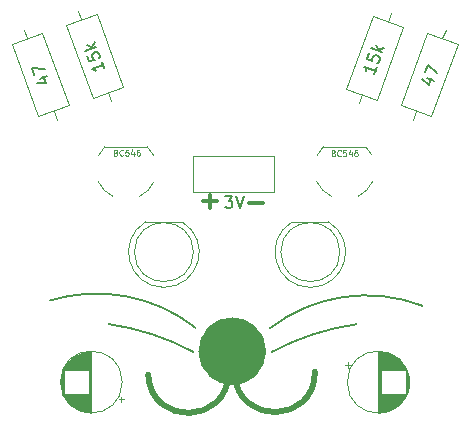
<source format=gbr>
%TF.GenerationSoftware,KiCad,Pcbnew,6.0.2+dfsg-1*%
%TF.CreationDate,2023-03-08T14:33:38+01:00*%
%TF.ProjectId,bunny,62756e6e-792e-46b6-9963-61645f706362,rev?*%
%TF.SameCoordinates,Original*%
%TF.FileFunction,Legend,Top*%
%TF.FilePolarity,Positive*%
%FSLAX46Y46*%
G04 Gerber Fmt 4.6, Leading zero omitted, Abs format (unit mm)*
G04 Created by KiCad (PCBNEW 6.0.2+dfsg-1) date 2023-03-08 14:33:38*
%MOMM*%
%LPD*%
G01*
G04 APERTURE LIST*
%ADD10C,0.300000*%
%ADD11C,0.200000*%
%ADD12C,0.500000*%
%ADD13C,2.850669*%
%ADD14C,0.125000*%
%ADD15C,0.150000*%
%ADD16C,0.120000*%
G04 APERTURE END LIST*
D10*
X147428571Y-69607142D02*
X148571428Y-69607142D01*
D11*
X142700000Y-82250000D02*
G75*
G03*
X135477533Y-79884766I-10250403J-19090719D01*
G01*
X162100904Y-78342098D02*
G75*
G03*
X149150000Y-80265234I-4774537J-12415981D01*
G01*
D12*
X138868738Y-84166303D02*
G75*
G03*
X145658067Y-83990000I3393097J148518D01*
G01*
D11*
X142900000Y-80215233D02*
G75*
G03*
X130548874Y-77892850I-8392875J-10631133D01*
G01*
X156522467Y-79900000D02*
G75*
G03*
X149300000Y-82265234I3038431J-21488001D01*
G01*
D13*
X147413401Y-82190000D02*
G75*
G03*
X147413401Y-82190000I-1425334J0D01*
G01*
D12*
X146198067Y-84100000D02*
G75*
G03*
X152987396Y-83923697I3393097J148518D01*
G01*
D10*
X143528571Y-69507142D02*
X144671428Y-69507142D01*
X144100000Y-70078571D02*
X144100000Y-68935714D01*
D11*
X145388095Y-69052380D02*
X146007142Y-69052380D01*
X145673809Y-69433333D01*
X145816666Y-69433333D01*
X145911904Y-69480952D01*
X145959523Y-69528571D01*
X146007142Y-69623809D01*
X146007142Y-69861904D01*
X145959523Y-69957142D01*
X145911904Y-70004761D01*
X145816666Y-70052380D01*
X145530952Y-70052380D01*
X145435714Y-70004761D01*
X145388095Y-69957142D01*
X146292857Y-69052380D02*
X146626190Y-70052380D01*
X146959523Y-69052380D01*
D14*
%TO.C,Q2*%
X154561428Y-65404285D02*
X154632857Y-65428095D01*
X154656666Y-65451904D01*
X154680476Y-65499523D01*
X154680476Y-65570952D01*
X154656666Y-65618571D01*
X154632857Y-65642380D01*
X154585238Y-65666190D01*
X154394761Y-65666190D01*
X154394761Y-65166190D01*
X154561428Y-65166190D01*
X154609047Y-65190000D01*
X154632857Y-65213809D01*
X154656666Y-65261428D01*
X154656666Y-65309047D01*
X154632857Y-65356666D01*
X154609047Y-65380476D01*
X154561428Y-65404285D01*
X154394761Y-65404285D01*
X155180476Y-65618571D02*
X155156666Y-65642380D01*
X155085238Y-65666190D01*
X155037619Y-65666190D01*
X154966190Y-65642380D01*
X154918571Y-65594761D01*
X154894761Y-65547142D01*
X154870952Y-65451904D01*
X154870952Y-65380476D01*
X154894761Y-65285238D01*
X154918571Y-65237619D01*
X154966190Y-65190000D01*
X155037619Y-65166190D01*
X155085238Y-65166190D01*
X155156666Y-65190000D01*
X155180476Y-65213809D01*
X155632857Y-65166190D02*
X155394761Y-65166190D01*
X155370952Y-65404285D01*
X155394761Y-65380476D01*
X155442380Y-65356666D01*
X155561428Y-65356666D01*
X155609047Y-65380476D01*
X155632857Y-65404285D01*
X155656666Y-65451904D01*
X155656666Y-65570952D01*
X155632857Y-65618571D01*
X155609047Y-65642380D01*
X155561428Y-65666190D01*
X155442380Y-65666190D01*
X155394761Y-65642380D01*
X155370952Y-65618571D01*
X156085238Y-65332857D02*
X156085238Y-65666190D01*
X155966190Y-65142380D02*
X155847142Y-65499523D01*
X156156666Y-65499523D01*
X156561428Y-65166190D02*
X156466190Y-65166190D01*
X156418571Y-65190000D01*
X156394761Y-65213809D01*
X156347142Y-65285238D01*
X156323333Y-65380476D01*
X156323333Y-65570952D01*
X156347142Y-65618571D01*
X156370952Y-65642380D01*
X156418571Y-65666190D01*
X156513809Y-65666190D01*
X156561428Y-65642380D01*
X156585238Y-65618571D01*
X156609047Y-65570952D01*
X156609047Y-65451904D01*
X156585238Y-65404285D01*
X156561428Y-65380476D01*
X156513809Y-65356666D01*
X156418571Y-65356666D01*
X156370952Y-65380476D01*
X156347142Y-65404285D01*
X156323333Y-65451904D01*
%TO.C,Q1*%
X136131428Y-65364285D02*
X136202857Y-65388095D01*
X136226666Y-65411904D01*
X136250476Y-65459523D01*
X136250476Y-65530952D01*
X136226666Y-65578571D01*
X136202857Y-65602380D01*
X136155238Y-65626190D01*
X135964761Y-65626190D01*
X135964761Y-65126190D01*
X136131428Y-65126190D01*
X136179047Y-65150000D01*
X136202857Y-65173809D01*
X136226666Y-65221428D01*
X136226666Y-65269047D01*
X136202857Y-65316666D01*
X136179047Y-65340476D01*
X136131428Y-65364285D01*
X135964761Y-65364285D01*
X136750476Y-65578571D02*
X136726666Y-65602380D01*
X136655238Y-65626190D01*
X136607619Y-65626190D01*
X136536190Y-65602380D01*
X136488571Y-65554761D01*
X136464761Y-65507142D01*
X136440952Y-65411904D01*
X136440952Y-65340476D01*
X136464761Y-65245238D01*
X136488571Y-65197619D01*
X136536190Y-65150000D01*
X136607619Y-65126190D01*
X136655238Y-65126190D01*
X136726666Y-65150000D01*
X136750476Y-65173809D01*
X137202857Y-65126190D02*
X136964761Y-65126190D01*
X136940952Y-65364285D01*
X136964761Y-65340476D01*
X137012380Y-65316666D01*
X137131428Y-65316666D01*
X137179047Y-65340476D01*
X137202857Y-65364285D01*
X137226666Y-65411904D01*
X137226666Y-65530952D01*
X137202857Y-65578571D01*
X137179047Y-65602380D01*
X137131428Y-65626190D01*
X137012380Y-65626190D01*
X136964761Y-65602380D01*
X136940952Y-65578571D01*
X137655238Y-65292857D02*
X137655238Y-65626190D01*
X137536190Y-65102380D02*
X137417142Y-65459523D01*
X137726666Y-65459523D01*
X138131428Y-65126190D02*
X138036190Y-65126190D01*
X137988571Y-65150000D01*
X137964761Y-65173809D01*
X137917142Y-65245238D01*
X137893333Y-65340476D01*
X137893333Y-65530952D01*
X137917142Y-65578571D01*
X137940952Y-65602380D01*
X137988571Y-65626190D01*
X138083809Y-65626190D01*
X138131428Y-65602380D01*
X138155238Y-65578571D01*
X138179047Y-65530952D01*
X138179047Y-65411904D01*
X138155238Y-65364285D01*
X138131428Y-65340476D01*
X138083809Y-65316666D01*
X137988571Y-65316666D01*
X137940952Y-65340476D01*
X137917142Y-65364285D01*
X137893333Y-65411904D01*
D15*
%TO.C,R4*%
X162464117Y-59072393D02*
X163090579Y-59300407D01*
X162024705Y-59165836D02*
X162614481Y-59633872D01*
X162826208Y-59052158D01*
X162297466Y-58555661D02*
X162525479Y-57929199D01*
X163318592Y-58673945D01*
%TO.C,R1*%
X129701612Y-59125886D02*
X130328074Y-58897873D01*
X129425067Y-59479916D02*
X130177709Y-59459352D01*
X129965983Y-58877638D01*
X129241801Y-58837167D02*
X129013787Y-58210706D01*
X130100060Y-58271411D01*
%TO.C,*%
%TO.C,R3*%
X158219774Y-58164307D02*
X158024334Y-58701274D01*
X158122054Y-58432790D02*
X157182361Y-58090770D01*
X157284030Y-58229125D01*
X157340951Y-58351193D01*
X157353125Y-58456974D01*
X157589528Y-56972089D02*
X157426662Y-57419561D01*
X157857848Y-57627175D01*
X157829387Y-57566141D01*
X157817213Y-57460360D01*
X157898646Y-57236624D01*
X157975967Y-57163416D01*
X158037001Y-57134955D01*
X158142782Y-57122781D01*
X158366519Y-57204215D01*
X158439726Y-57281535D01*
X158468187Y-57342569D01*
X158480361Y-57448350D01*
X158398928Y-57672087D01*
X158321607Y-57745295D01*
X158260573Y-57773755D01*
X158692088Y-56866636D02*
X157752395Y-56524616D01*
X158366683Y-56646848D02*
X158822381Y-56508658D01*
X158195919Y-56280644D02*
X158423604Y-56768916D01*
%TO.C,*%
%TO.C,R2*%
X134958544Y-57703055D02*
X135153984Y-58240022D01*
X135056264Y-57971539D02*
X134116571Y-58313559D01*
X134283387Y-58354193D01*
X134405454Y-58411114D01*
X134482775Y-58484322D01*
X133709405Y-57194877D02*
X133872271Y-57642350D01*
X134336031Y-57524230D01*
X134274997Y-57495770D01*
X134197676Y-57422562D01*
X134116243Y-57198825D01*
X134128417Y-57093044D01*
X134156877Y-57032010D01*
X134230085Y-56954690D01*
X134453821Y-56873256D01*
X134559603Y-56885430D01*
X134620637Y-56913891D01*
X134697957Y-56987099D01*
X134779391Y-57210835D01*
X134767217Y-57316616D01*
X134738756Y-57377650D01*
X134486230Y-56405384D02*
X133546538Y-56747404D01*
X134095679Y-56446183D02*
X134355937Y-56047406D01*
X133729475Y-56275419D02*
X134217747Y-56503104D01*
D16*
%TO.C,J1*%
X142643500Y-68711500D02*
X142623500Y-65663500D01*
X146727500Y-68711500D02*
X149501500Y-68711500D01*
X142623500Y-65663500D02*
X146453500Y-65663500D01*
X149501500Y-68711500D02*
X149501500Y-65663500D01*
X146453500Y-65663500D02*
X149501500Y-65663500D01*
X142643500Y-68711500D02*
X146727500Y-68711500D01*
%TO.C,Q2*%
X157300000Y-64880000D02*
X153700000Y-64880000D01*
X157824184Y-65607205D02*
G75*
G03*
X157300000Y-64880000I-2324175J-1122789D01*
G01*
X153144542Y-67828371D02*
G75*
G03*
X154390000Y-69080000I2355460J1098374D01*
G01*
X156640000Y-69079999D02*
G75*
G03*
X157867199Y-67833842I-1139999J2349998D01*
G01*
X153700000Y-64880000D02*
G75*
G03*
X153175816Y-65607205I1799991J-1849994D01*
G01*
%TO.C,Q1*%
X138800000Y-64880000D02*
X135200000Y-64880000D01*
X139324184Y-65607205D02*
G75*
G03*
X138800000Y-64880000I-2324175J-1122789D01*
G01*
X134644542Y-67828371D02*
G75*
G03*
X135890000Y-69080000I2355460J1098374D01*
G01*
X138140000Y-69079999D02*
G75*
G03*
X139367199Y-67833842I-1139999J2349998D01*
G01*
X135200000Y-64880000D02*
G75*
G03*
X134675816Y-65607205I1799991J-1849994D01*
G01*
%TO.C,C2*%
X160831000Y-83995000D02*
X160831000Y-85605000D01*
X160431000Y-83246000D02*
X160431000Y-83760000D01*
X160391000Y-85840000D02*
X160391000Y-86405000D01*
X160351000Y-85840000D02*
X160351000Y-86453000D01*
X160951000Y-84516000D02*
X160951000Y-85084000D01*
X158790000Y-85840000D02*
X158790000Y-87343000D01*
X159591000Y-82532000D02*
X159591000Y-83760000D01*
X159231000Y-82372000D02*
X159231000Y-83760000D01*
X159391000Y-85840000D02*
X159391000Y-87165000D01*
X159831000Y-85840000D02*
X159831000Y-86922000D01*
X160871000Y-84123000D02*
X160871000Y-85477000D01*
X160111000Y-82899000D02*
X160111000Y-83760000D01*
X159951000Y-85840000D02*
X159951000Y-86835000D01*
X158350000Y-82220000D02*
X158350000Y-87380000D01*
X158670000Y-82239000D02*
X158670000Y-83760000D01*
X158790000Y-82257000D02*
X158790000Y-83760000D01*
X159311000Y-85840000D02*
X159311000Y-87198000D01*
X159631000Y-82553000D02*
X159631000Y-83760000D01*
X160231000Y-85840000D02*
X160231000Y-86585000D01*
X160551000Y-85840000D02*
X160551000Y-86183000D01*
X159991000Y-85840000D02*
X159991000Y-86804000D01*
X158390000Y-82220000D02*
X158390000Y-87380000D01*
X160751000Y-83789000D02*
X160751000Y-85811000D01*
X159631000Y-85840000D02*
X159631000Y-87047000D01*
X160631000Y-85840000D02*
X160631000Y-86051000D01*
X160791000Y-83885000D02*
X160791000Y-85715000D01*
X155545225Y-83325000D02*
X156045225Y-83325000D01*
X158630000Y-85840000D02*
X158630000Y-87365000D01*
X160471000Y-85840000D02*
X160471000Y-86300000D01*
X160311000Y-83101000D02*
X160311000Y-83760000D01*
X160271000Y-83057000D02*
X160271000Y-83760000D01*
X158550000Y-82227000D02*
X158550000Y-87373000D01*
X158830000Y-85840000D02*
X158830000Y-87336000D01*
X159551000Y-85840000D02*
X159551000Y-87090000D01*
X160071000Y-82863000D02*
X160071000Y-83760000D01*
X158830000Y-82264000D02*
X158830000Y-83760000D01*
X160911000Y-84282000D02*
X160911000Y-85318000D01*
X160031000Y-82829000D02*
X160031000Y-83760000D01*
X158670000Y-85840000D02*
X158670000Y-87361000D01*
X159791000Y-82651000D02*
X159791000Y-83760000D01*
X158870000Y-85840000D02*
X158870000Y-87328000D01*
X159671000Y-82576000D02*
X159671000Y-83760000D01*
X158590000Y-82231000D02*
X158590000Y-83760000D01*
X159271000Y-82386000D02*
X159271000Y-83760000D01*
X159351000Y-85840000D02*
X159351000Y-87182000D01*
X158630000Y-82235000D02*
X158630000Y-83760000D01*
X159191000Y-85840000D02*
X159191000Y-87242000D01*
X160551000Y-83417000D02*
X160551000Y-83760000D01*
X159431000Y-82452000D02*
X159431000Y-83760000D01*
X158470000Y-82222000D02*
X158470000Y-87378000D01*
X160151000Y-82936000D02*
X160151000Y-83760000D01*
X158950000Y-85840000D02*
X158950000Y-87311000D01*
X160431000Y-85840000D02*
X160431000Y-86354000D01*
X160511000Y-85840000D02*
X160511000Y-86243000D01*
X158750000Y-82250000D02*
X158750000Y-83760000D01*
X159271000Y-85840000D02*
X159271000Y-87214000D01*
X160111000Y-85840000D02*
X160111000Y-86701000D01*
X159351000Y-82418000D02*
X159351000Y-83760000D01*
X160311000Y-85840000D02*
X160311000Y-86499000D01*
X159191000Y-82358000D02*
X159191000Y-83760000D01*
X159151000Y-82345000D02*
X159151000Y-83760000D01*
X158910000Y-82280000D02*
X158910000Y-83760000D01*
X160471000Y-83300000D02*
X160471000Y-83760000D01*
X159751000Y-85840000D02*
X159751000Y-86975000D01*
X159231000Y-85840000D02*
X159231000Y-87228000D01*
X158710000Y-82244000D02*
X158710000Y-83760000D01*
X159671000Y-85840000D02*
X159671000Y-87024000D01*
X160711000Y-83702000D02*
X160711000Y-85898000D01*
X158710000Y-85840000D02*
X158710000Y-87356000D01*
X158990000Y-82299000D02*
X158990000Y-83760000D01*
X158950000Y-82289000D02*
X158950000Y-83760000D01*
X159151000Y-85840000D02*
X159151000Y-87255000D01*
X158910000Y-85840000D02*
X158910000Y-87320000D01*
X159071000Y-82320000D02*
X159071000Y-83760000D01*
X160511000Y-83357000D02*
X160511000Y-83760000D01*
X158870000Y-82272000D02*
X158870000Y-83760000D01*
X159071000Y-85840000D02*
X159071000Y-87280000D01*
X159831000Y-82678000D02*
X159831000Y-83760000D01*
X160591000Y-83481000D02*
X160591000Y-83760000D01*
X159471000Y-82471000D02*
X159471000Y-83760000D01*
X160231000Y-83015000D02*
X160231000Y-83760000D01*
X160671000Y-83622000D02*
X160671000Y-85978000D01*
X159511000Y-85840000D02*
X159511000Y-87110000D01*
X159431000Y-85840000D02*
X159431000Y-87148000D01*
X160191000Y-85840000D02*
X160191000Y-86626000D01*
X159791000Y-85840000D02*
X159791000Y-86949000D01*
X159111000Y-85840000D02*
X159111000Y-87268000D01*
X159711000Y-85840000D02*
X159711000Y-87000000D01*
X160391000Y-83195000D02*
X160391000Y-83760000D01*
X160591000Y-85840000D02*
X160591000Y-86119000D01*
X160631000Y-83549000D02*
X160631000Y-83760000D01*
X159711000Y-82600000D02*
X159711000Y-83760000D01*
X159551000Y-82510000D02*
X159551000Y-83760000D01*
X160191000Y-82974000D02*
X160191000Y-83760000D01*
X159111000Y-82332000D02*
X159111000Y-83760000D01*
X159911000Y-82735000D02*
X159911000Y-83760000D01*
X160031000Y-85840000D02*
X160031000Y-86771000D01*
X158590000Y-85840000D02*
X158590000Y-87369000D01*
X160351000Y-83147000D02*
X160351000Y-83760000D01*
X159030000Y-82309000D02*
X159030000Y-83760000D01*
X158750000Y-85840000D02*
X158750000Y-87350000D01*
X159871000Y-82705000D02*
X159871000Y-83760000D01*
X159871000Y-85840000D02*
X159871000Y-86895000D01*
X159951000Y-82765000D02*
X159951000Y-83760000D01*
X159991000Y-82796000D02*
X159991000Y-83760000D01*
X158510000Y-82224000D02*
X158510000Y-87376000D01*
X160151000Y-85840000D02*
X160151000Y-86664000D01*
X159030000Y-85840000D02*
X159030000Y-87291000D01*
X159591000Y-85840000D02*
X159591000Y-87068000D01*
X159311000Y-82402000D02*
X159311000Y-83760000D01*
X159391000Y-82435000D02*
X159391000Y-83760000D01*
X160071000Y-85840000D02*
X160071000Y-86737000D01*
X159751000Y-82625000D02*
X159751000Y-83760000D01*
X155795225Y-83075000D02*
X155795225Y-83575000D01*
X158430000Y-82221000D02*
X158430000Y-87379000D01*
X160271000Y-85840000D02*
X160271000Y-86543000D01*
X159911000Y-85840000D02*
X159911000Y-86865000D01*
X159511000Y-82490000D02*
X159511000Y-83760000D01*
X158990000Y-85840000D02*
X158990000Y-87301000D01*
X159471000Y-85840000D02*
X159471000Y-87129000D01*
X160970000Y-84800000D02*
G75*
G03*
X160970000Y-84800000I-2620000J0D01*
G01*
%TO.C,D2*%
X154145000Y-71235000D02*
X151055000Y-71235000D01*
X151055170Y-71235000D02*
G75*
G03*
X152600462Y-76785000I1544830J-2560000D01*
G01*
X152599538Y-76785000D02*
G75*
G03*
X154144830Y-71235000I462J2990000D01*
G01*
X155100000Y-73795000D02*
G75*
G03*
X155100000Y-73795000I-2500000J0D01*
G01*
%TO.C,D1*%
X142700000Y-73795000D02*
G75*
G03*
X142700000Y-73795000I-2500000J0D01*
G01*
X138655170Y-71235000D02*
G75*
G03*
X140200462Y-76785000I1544830J-2560000D01*
G01*
X140199538Y-76785000D02*
G75*
G03*
X141744830Y-71235000I462J2990000D01*
G01*
X141745000Y-71235000D02*
X138655000Y-71235000D01*
%TO.C,R4*%
X162831511Y-62315001D02*
X165068322Y-56169411D01*
X162493565Y-55232276D02*
X160256753Y-61377866D01*
X164044299Y-54977280D02*
X163780944Y-55700844D01*
X161280776Y-62569997D02*
X161544132Y-61846433D01*
X165068322Y-56169411D02*
X162493565Y-55232276D01*
X160256753Y-61377866D02*
X162831511Y-62315001D01*
%TO.C,R1*%
X132143247Y-61377866D02*
X129906435Y-55232276D01*
X131119224Y-62569997D02*
X130855868Y-61846433D01*
X127331678Y-56169411D02*
X129568489Y-62315001D01*
X129568489Y-62315001D02*
X132143247Y-61377866D01*
X129906435Y-55232276D02*
X127331678Y-56169411D01*
X128355701Y-54977280D02*
X128619056Y-55700844D01*
%TO.C,R3*%
X156680776Y-61169997D02*
X156944132Y-60446433D01*
X155656753Y-59977866D02*
X158231511Y-60915001D01*
X157893565Y-53832276D02*
X155656753Y-59977866D01*
X160468322Y-54769411D02*
X157893565Y-53832276D01*
X158231511Y-60915001D02*
X160468322Y-54769411D01*
X159444299Y-53577280D02*
X159180944Y-54300844D01*
%TO.C,R2*%
X134506435Y-53632276D02*
X131931678Y-54569411D01*
X134168489Y-60715001D02*
X136743247Y-59777866D01*
X136743247Y-59777866D02*
X134506435Y-53632276D01*
X131931678Y-54569411D02*
X134168489Y-60715001D01*
X132955701Y-53377280D02*
X133219056Y-54100844D01*
X135719224Y-60969997D02*
X135455868Y-60246433D01*
%TO.C,C1*%
X133495113Y-83760000D02*
X133495113Y-82280000D01*
X132974113Y-87148000D02*
X132974113Y-85840000D01*
X133134113Y-83760000D02*
X133134113Y-82386000D01*
X132534113Y-86895000D02*
X132534113Y-85840000D01*
X132574113Y-86922000D02*
X132574113Y-85840000D01*
X131894113Y-86243000D02*
X131894113Y-85840000D01*
X131734113Y-85978000D02*
X131734113Y-83622000D01*
X132054113Y-83760000D02*
X132054113Y-83147000D01*
X133535113Y-83760000D02*
X133535113Y-82272000D01*
X132374113Y-83760000D02*
X132374113Y-82829000D01*
X133695113Y-87356000D02*
X133695113Y-85840000D01*
X133094113Y-87198000D02*
X133094113Y-85840000D01*
X131814113Y-86119000D02*
X131814113Y-85840000D01*
X133254113Y-83760000D02*
X133254113Y-82345000D01*
X132894113Y-83760000D02*
X132894113Y-82490000D01*
X132334113Y-86737000D02*
X132334113Y-85840000D01*
X132734113Y-83760000D02*
X132734113Y-82576000D01*
X133455113Y-83760000D02*
X133455113Y-82289000D01*
X133815113Y-83760000D02*
X133815113Y-82231000D01*
X133495113Y-87320000D02*
X133495113Y-85840000D01*
X133214113Y-83760000D02*
X133214113Y-82358000D01*
X131934113Y-83760000D02*
X131934113Y-83300000D01*
X131774113Y-83760000D02*
X131774113Y-83549000D01*
X133655113Y-87350000D02*
X133655113Y-85840000D01*
X132854113Y-83760000D02*
X132854113Y-82510000D01*
X132094113Y-83760000D02*
X132094113Y-83101000D01*
X133294113Y-87268000D02*
X133294113Y-85840000D01*
X133775113Y-87365000D02*
X133775113Y-85840000D01*
X133415113Y-83760000D02*
X133415113Y-82299000D01*
X132334113Y-83760000D02*
X132334113Y-82863000D01*
X133054113Y-87182000D02*
X133054113Y-85840000D01*
X133575113Y-83760000D02*
X133575113Y-82264000D01*
X131934113Y-86300000D02*
X131934113Y-85840000D01*
X133615113Y-87343000D02*
X133615113Y-85840000D01*
X132894113Y-87110000D02*
X132894113Y-85840000D01*
X131894113Y-83760000D02*
X131894113Y-83357000D01*
X133415113Y-87301000D02*
X133415113Y-85840000D01*
X132534113Y-83760000D02*
X132534113Y-82705000D01*
X131694113Y-85898000D02*
X131694113Y-83702000D01*
X133375113Y-87291000D02*
X133375113Y-85840000D01*
X133375113Y-83760000D02*
X133375113Y-82309000D01*
X132494113Y-83760000D02*
X132494113Y-82735000D01*
X133455113Y-87311000D02*
X133455113Y-85840000D01*
X136609888Y-86525000D02*
X136609888Y-86025000D01*
X132774113Y-83760000D02*
X132774113Y-82553000D01*
X132134113Y-83760000D02*
X132134113Y-83057000D01*
X131614113Y-85715000D02*
X131614113Y-83885000D01*
X132934113Y-83760000D02*
X132934113Y-82471000D01*
X131574113Y-85605000D02*
X131574113Y-83995000D01*
X132454113Y-83760000D02*
X132454113Y-82765000D01*
X133254113Y-87255000D02*
X133254113Y-85840000D01*
X132094113Y-86499000D02*
X132094113Y-85840000D01*
X131494113Y-85318000D02*
X131494113Y-84282000D01*
X133054113Y-83760000D02*
X133054113Y-82418000D01*
X133294113Y-83760000D02*
X133294113Y-82332000D01*
X131974113Y-83760000D02*
X131974113Y-83246000D01*
X134015113Y-87380000D02*
X134015113Y-82220000D01*
X133695113Y-83760000D02*
X133695113Y-82244000D01*
X132414113Y-86804000D02*
X132414113Y-85840000D01*
X133094113Y-83760000D02*
X133094113Y-82402000D01*
X133895113Y-87376000D02*
X133895113Y-82224000D01*
X133535113Y-87328000D02*
X133535113Y-85840000D01*
X133334113Y-87280000D02*
X133334113Y-85840000D01*
X132574113Y-83760000D02*
X132574113Y-82678000D01*
X132174113Y-83760000D02*
X132174113Y-83015000D01*
X136859888Y-86275000D02*
X136359888Y-86275000D01*
X134055113Y-87380000D02*
X134055113Y-82220000D01*
X131774113Y-86051000D02*
X131774113Y-85840000D01*
X131654113Y-85811000D02*
X131654113Y-83789000D01*
X132454113Y-86835000D02*
X132454113Y-85840000D01*
X133655113Y-83760000D02*
X133655113Y-82250000D01*
X133815113Y-87369000D02*
X133815113Y-85840000D01*
X132774113Y-87047000D02*
X132774113Y-85840000D01*
X132294113Y-86701000D02*
X132294113Y-85840000D01*
X131454113Y-85084000D02*
X131454113Y-84516000D01*
X132254113Y-86664000D02*
X132254113Y-85840000D01*
X132814113Y-83760000D02*
X132814113Y-82532000D01*
X132254113Y-83760000D02*
X132254113Y-82936000D01*
X133214113Y-87242000D02*
X133214113Y-85840000D01*
X133174113Y-83760000D02*
X133174113Y-82372000D01*
X133615113Y-83760000D02*
X133615113Y-82257000D01*
X131854113Y-83760000D02*
X131854113Y-83417000D01*
X133014113Y-87165000D02*
X133014113Y-85840000D01*
X133975113Y-87379000D02*
X133975113Y-82221000D01*
X132614113Y-83760000D02*
X132614113Y-82651000D01*
X132934113Y-87129000D02*
X132934113Y-85840000D01*
X132694113Y-87000000D02*
X132694113Y-85840000D01*
X132734113Y-87024000D02*
X132734113Y-85840000D01*
X132494113Y-86865000D02*
X132494113Y-85840000D01*
X131814113Y-83760000D02*
X131814113Y-83481000D01*
X132214113Y-86626000D02*
X132214113Y-85840000D01*
X132014113Y-83760000D02*
X132014113Y-83195000D01*
X133575113Y-87336000D02*
X133575113Y-85840000D01*
X132414113Y-83760000D02*
X132414113Y-82796000D01*
X133134113Y-87214000D02*
X133134113Y-85840000D01*
X132054113Y-86453000D02*
X132054113Y-85840000D01*
X133735113Y-83760000D02*
X133735113Y-82239000D01*
X133334113Y-83760000D02*
X133334113Y-82320000D01*
X132614113Y-86949000D02*
X132614113Y-85840000D01*
X133855113Y-87373000D02*
X133855113Y-82227000D01*
X133174113Y-87228000D02*
X133174113Y-85840000D01*
X132134113Y-86543000D02*
X132134113Y-85840000D01*
X132654113Y-86975000D02*
X132654113Y-85840000D01*
X131534113Y-85477000D02*
X131534113Y-84123000D01*
X133775113Y-83760000D02*
X133775113Y-82235000D01*
X132014113Y-86405000D02*
X132014113Y-85840000D01*
X131854113Y-86183000D02*
X131854113Y-85840000D01*
X132174113Y-86585000D02*
X132174113Y-85840000D01*
X132694113Y-83760000D02*
X132694113Y-82600000D01*
X132974113Y-83760000D02*
X132974113Y-82452000D01*
X132854113Y-87090000D02*
X132854113Y-85840000D01*
X132654113Y-83760000D02*
X132654113Y-82625000D01*
X132374113Y-86771000D02*
X132374113Y-85840000D01*
X133735113Y-87361000D02*
X133735113Y-85840000D01*
X131974113Y-86354000D02*
X131974113Y-85840000D01*
X133014113Y-83760000D02*
X133014113Y-82435000D01*
X132214113Y-83760000D02*
X132214113Y-82974000D01*
X133935113Y-87378000D02*
X133935113Y-82222000D01*
X132814113Y-87068000D02*
X132814113Y-85840000D01*
X132294113Y-83760000D02*
X132294113Y-82899000D01*
X136675113Y-84800000D02*
G75*
G03*
X136675113Y-84800000I-2620000J0D01*
G01*
%TD*%
M02*

</source>
